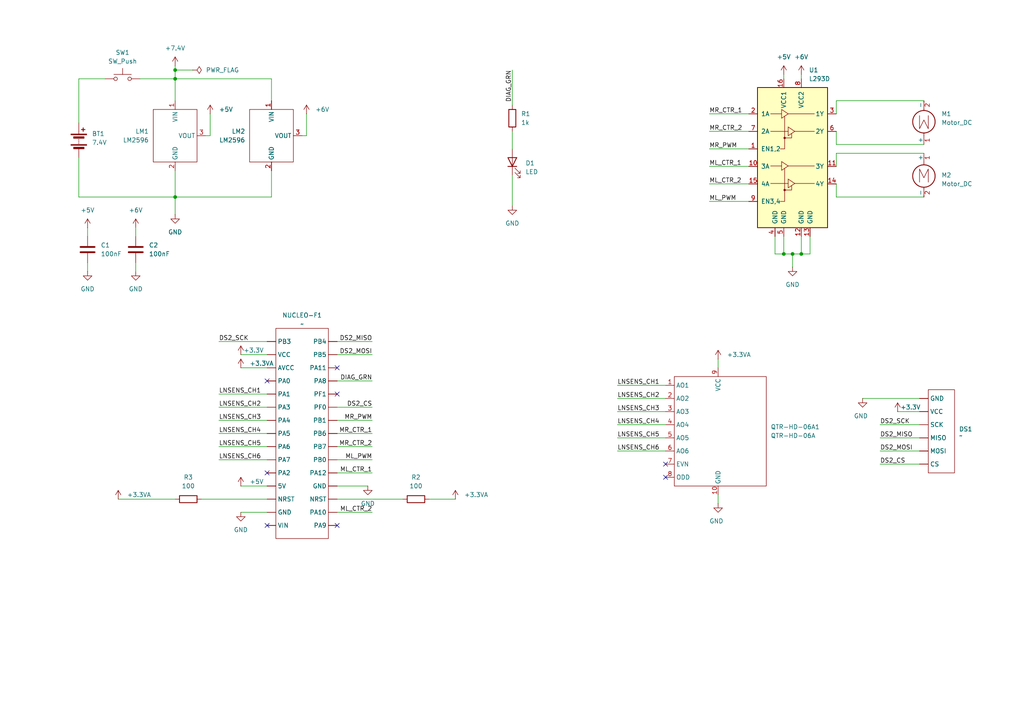
<source format=kicad_sch>
(kicad_sch (version 20231120) (generator "eeschema") (generator_version "8.0")
  (paper "A4")
  (title_block (title "Route Runner"))
  (lib_symbols
    (symbol "Device:Battery" (pin_numbers hide) (pin_names (offset 0) hide)
      (property "Reference" "BT" (at 2.54 2.54 0))
      (property "Value" "Battery" (at 2.54 0 0))
      (symbol "Battery_0_1"
        (rectangle (start -2.286 -1.27) (end 2.286 -1.524) (fill (type outline)))
        (rectangle (start -2.286 1.778) (end 2.286 1.524) (fill (type outline)))
        (rectangle (start -1.524 -2.032) (end 1.524 -2.54) (fill (type outline)))
        (rectangle (start -1.524 1.016) (end 1.524 0.508) (fill (type outline)))
        (polyline (pts (xy 0 -1.016) (xy 0 -0.762)))
        (polyline (pts (xy 0 -0.508) (xy 0 -0.254)))
        (polyline (pts (xy 0 0) (xy 0 0.254)))
        (polyline (pts (xy 0 1.778) (xy 0 2.54)))
        (polyline (pts (xy 0.762 3.048) (xy 1.778 3.048)) (stroke (width 0.254)))
        (polyline (pts (xy 1.27 3.556) (xy 1.27 2.54)) (stroke (width 0.254)))
      )
      (symbol "Battery_1_1"
        (pin passive line (at 0 5.08 270) (length 2.54) (name "+") (number "1"))
        (pin passive line (at 0 -5.08 90) (length 2.54) (name "-") (number "2"))
      )
    )
    (symbol "Device:C" (pin_numbers hide) (pin_names (offset 0.254))
      (property "Reference" "C" (at 0.635 2.54 0))
      (property "Value" "C" (at 0.635 -2.54 0))
      (symbol "C_0_1"
        (polyline (pts (xy -2.032 -0.762) (xy 2.032 -0.762)) (stroke (width 0.508)))
        (polyline (pts (xy -2.032 0.762) (xy 2.032 0.762)) (stroke (width 0.508)))
      )
      (symbol "C_1_1"
        (pin passive line (at 0 3.81 270) (length 2.794) (name "~") (number "1"))
        (pin passive line (at 0 -3.81 90) (length 2.794) (name "~") (number "2"))
      )
    )
    (symbol "Device:LED" (pin_numbers hide) (pin_names (offset 1.016) hide)
      (property "Reference" "D" (at 0 2.54 0))
      (property "Value" "LED" (at 0 -2.54 0))
      (symbol "LED_0_1"
        (polyline (pts (xy -1.27 -1.27) (xy -1.27 1.27)) (stroke (width 0.254)))
        (polyline (pts (xy -1.27 0) (xy 1.27 0)))
        (polyline (pts (xy 1.27 -1.27) (xy 1.27 1.27) (xy -1.27 0) (xy 1.27 -1.27)) (stroke (width 0.254)))
        (polyline (pts (xy -3.048 -0.762) (xy -4.572 -2.286) (xy -3.81 -2.286) (xy -4.572 -2.286) (xy -4.572 -1.524)))
        (polyline (pts (xy -1.778 -0.762) (xy -3.302 -2.286) (xy -2.54 -2.286) (xy -3.302 -2.286) (xy -3.302 -1.524)))
      )
      (symbol "LED_1_1"
        (pin passive line (at -3.81 0 0) (length 2.54) (name "K") (number "1"))
        (pin passive line (at 3.81 0 180) (length 2.54) (name "A") (number "2"))
      )
    )
    (symbol "Device:R" (pin_numbers hide) (pin_names (offset 0))
      (property "Reference" "R" (at 2.032 0 90))
      (property "Value" "R" (at 0 0 90))
      (symbol "R_0_1"
        (rectangle (start -1.016 -2.54) (end 1.016 2.54) (stroke (width 0.254)))
      )
      (symbol "R_1_1"
        (pin passive line (at 0 3.81 270) (length 1.27) (name "~") (number "1"))
        (pin passive line (at 0 -3.81 90) (length 1.27) (name "~") (number "2"))
      )
    )
    (symbol "Driver_Motor:L293D" (pin_names (offset 1.016))
      (property "Reference" "U" (at -5.08 26.035 0))
      (property "Value" "L293D" (at -5.08 24.13 0))
      (symbol "L293D_0_1"
        (rectangle (start -10.16 22.86) (end 10.16 -17.78) (stroke (width 0.254)) (fill (type background)))
        (circle (center -2.286 -6.858) (radius 0.254) (fill (type outline)))
        (circle (center -2.286 8.255) (radius 0.254) (fill (type outline)))
        (polyline (pts (xy -6.35 -4.953) (xy -1.27 -4.953)))
        (polyline (pts (xy -6.35 0.127) (xy -3.175 0.127)))
        (polyline (pts (xy -6.35 10.16) (xy -1.27 10.16)))
        (polyline (pts (xy -6.35 15.24) (xy -3.175 15.24)))
        (polyline (pts (xy -1.27 0.127) (xy 6.35 0.127)))
        (polyline (pts (xy -1.27 15.24) (xy 6.35 15.24)))
        (polyline (pts (xy 0.635 -4.953) (xy 6.35 -4.953)))
        (polyline (pts (xy 0.635 10.16) (xy 6.35 10.16)))
        (polyline (pts (xy -2.286 -6.858) (xy -0.254 -6.858) (xy -0.254 -5.588)))
        (polyline (pts (xy -2.286 -0.635) (xy -2.286 -10.16) (xy -3.556 -10.16)))
        (polyline (pts (xy -2.286 8.255) (xy -0.254 8.255) (xy -0.254 9.525)))
        (polyline (pts (xy -2.286 14.478) (xy -2.286 5.08) (xy -3.556 5.08)))
        (polyline (pts (xy -3.175 1.397) (xy -3.175 -1.143) (xy -1.27 0.127) (xy -3.175 1.397)))
        (polyline (pts (xy -3.175 16.51) (xy -3.175 13.97) (xy -1.27 15.24) (xy -3.175 16.51)))
        (polyline (pts (xy -1.27 -3.683) (xy -1.27 -6.223) (xy 0.635 -4.953) (xy -1.27 -3.683)))
        (polyline (pts (xy -1.27 11.43) (xy -1.27 8.89) (xy 0.635 10.16) (xy -1.27 11.43)))
      )
      (symbol "L293D_1_1"
        (pin input line (at -12.7 5.08 0) (length 2.54) (name "EN1,2") (number "1"))
        (pin input line (at -12.7 0 0) (length 2.54) (name "3A") (number "10"))
        (pin output line (at 12.7 0 180) (length 2.54) (name "3Y") (number "11"))
        (pin power_in line (at 2.54 -20.32 90) (length 2.54) (name "GND") (number "12"))
        (pin power_in line (at 5.08 -20.32 90) (length 2.54) (name "GND") (number "13"))
        (pin output line (at 12.7 -5.08 180) (length 2.54) (name "4Y") (number "14"))
        (pin input line (at -12.7 -5.08 0) (length 2.54) (name "4A") (number "15"))
        (pin power_in line (at -2.54 25.4 270) (length 2.54) (name "VCC1") (number "16"))
        (pin input line (at -12.7 15.24 0) (length 2.54) (name "1A") (number "2"))
        (pin output line (at 12.7 15.24 180) (length 2.54) (name "1Y") (number "3"))
        (pin power_in line (at -5.08 -20.32 90) (length 2.54) (name "GND") (number "4"))
        (pin power_in line (at -2.54 -20.32 90) (length 2.54) (name "GND") (number "5"))
        (pin output line (at 12.7 10.16 180) (length 2.54) (name "2Y") (number "6"))
        (pin input line (at -12.7 10.16 0) (length 2.54) (name "2A") (number "7"))
        (pin power_in line (at 2.54 25.4 270) (length 2.54) (name "VCC2") (number "8"))
        (pin input line (at -12.7 -10.16 0) (length 2.54) (name "EN3,4") (number "9"))
      )
    )
    (symbol "Motor:Motor_DC" (pin_names (offset 0))
      (property "Reference" "M" (at 2.54 2.54 0))
      (property "Value" "Motor_DC" (at 2.54 -5.08 0))
      (symbol "Motor_DC_0_0"
        (polyline (pts (xy -1.27 -3.302) (xy -1.27 0.508) (xy 0 -2.032) (xy 1.27 0.508) (xy 1.27 -3.302)))
      )
      (symbol "Motor_DC_0_1"
        (circle (center 0 -1.524) (radius 3.2512) (stroke (width 0.254)))
        (polyline (pts (xy 0 -7.62) (xy 0 -7.112)))
        (polyline (pts (xy 0 -4.7752) (xy 0 -5.1816)))
        (polyline (pts (xy 0 1.7272) (xy 0 2.0828)))
        (polyline (pts (xy 0 2.032) (xy 0 2.54)))
      )
      (symbol "Motor_DC_1_1"
        (pin passive line (at 0 5.08 270) (length 2.54) (name "+") (number "1"))
        (pin passive line (at 0 -7.62 90) (length 2.54) (name "-") (number "2"))
      )
    )
    (symbol "Switch:SW_Push" (pin_numbers hide) (pin_names (offset 1.016) hide)
      (property "Reference" "SW" (at 1.27 2.54 0))
      (property "Value" "SW_Push" (at 0 -1.524 0))
      (symbol "SW_Push_0_1"
        (circle (center -2.032 0) (radius 0.508))
        (polyline (pts (xy 0 1.27) (xy 0 3.048)))
        (polyline (pts (xy 2.54 1.27) (xy -2.54 1.27)))
        (circle (center 2.032 0) (radius 0.508))
        (pin passive line (at -5.08 0 0) (length 2.54) (name "1") (number "1"))
        (pin passive line (at 5.08 0 180) (length 2.54) (name "2") (number "2"))
      )
    )
    (symbol "power:+3.3V" (power) (pin_numbers hide) (pin_names (offset 0) hide)
      (property "Value" "+3.3V" (at 0 3.556 0))
      (symbol "+3.3V_0_1"
        (polyline (pts (xy -0.762 1.27) (xy 0 2.54)))
        (polyline (pts (xy 0 0) (xy 0 2.54)))
        (polyline (pts (xy 0 2.54) (xy 0.762 1.27)))
      )
      (symbol "+3.3V_1_1"
        (pin power_in line (at 0 0 90) (length 0) (name "~") (number "1"))
      )
    )
    (symbol "power:+5V" (power) (pin_numbers hide) (pin_names (offset 0) hide)
      (property "Value" "+5V" (at 0 3.556 0))
      (symbol "+5V_0_1"
        (polyline (pts (xy -0.762 1.27) (xy 0 2.54)))
        (polyline (pts (xy 0 0) (xy 0 2.54)))
        (polyline (pts (xy 0 2.54) (xy 0.762 1.27)))
      )
      (symbol "+5V_1_1"
        (pin power_in line (at 0 0 90) (length 0) (name "~") (number "1"))
      )
    )
    (symbol "power:+6V" (power) (pin_numbers hide) (pin_names (offset 0) hide)
      (property "Value" "+6V" (at 0 3.556 0))
      (symbol "+6V_0_1"
        (polyline (pts (xy -0.762 1.27) (xy 0 2.54)))
        (polyline (pts (xy 0 0) (xy 0 2.54)))
        (polyline (pts (xy 0 2.54) (xy 0.762 1.27)))
      )
      (symbol "+6V_1_1"
        (pin power_in line (at 0 0 90) (length 0) (name "~") (number "1"))
      )
    )
    (symbol "power:GND" (power) (pin_numbers hide) (pin_names (offset 0) hide)
      (property "Value" "GND" (at 0 -3.81 0))
      (symbol "GND_0_1"
        (polyline (pts (xy 0 0) (xy 0 -1.27) (xy 1.27 -1.27) (xy 0 -2.54) (xy -1.27 -1.27) (xy 0 -1.27)))
      )
      (symbol "GND_1_1"
        (pin power_in line (at 0 0 270) (length 0) (name "~") (number "1"))
      )
    )
    (symbol "power:PWR_FLAG" (power) (pin_numbers hide) (pin_names (offset 0) hide)
      (property "Value" "PWR_FLAG" (at 0 3.81 0))
      (symbol "PWR_FLAG_0_0"
        (pin power_out line (at 0 0 90) (length 0) (name "~") (number "1"))
      )
      (symbol "PWR_FLAG_0_1"
        (polyline (pts (xy 0 0) (xy 0 1.27) (xy -1.016 1.905) (xy 0 2.54) (xy 1.016 1.905) (xy 0 1.27)))
      )
    )
    (symbol "route-runner:LM2596"
      (property "Reference" "LM2596" (at 0 0 0))
      (property "Value" "LM2596" (at 0 0 0))
      (symbol "LM2596_0_1"
        (rectangle (start -6.35 7.62) (end 6.35 -7.62))
      )
      (symbol "LM2596_1_1"
        (pin power_in line (at 0 10.16 270) (length 2.54) (name "VIN") (number "1"))
        (pin power_in line (at 0 -10.16 90) (length 2.54) (name "GND") (number "2"))
        (pin power_out line (at 8.89 0 180) (length 2.54) (name "VOUT") (number "3"))
      )
    )
    (symbol "route-runner:QTR-HD-06A"
      (property "Reference" "QTR-HD-06A" (at 0 -0.254 0))
      (property "Value" "QTR-HD-06A" (at 0 -0.254 0))
      (symbol "QTR-HD-06A_0_1"
        (rectangle (start -12.7 16.51) (end 13.97 -15.24))
      )
      (symbol "QTR-HD-06A_1_1"
        (pin output line (at -15.24 13.97 0) (length 2.54) (name "AO1") (number "1"))
        (pin power_in line (at 0 -17.78 90) (length 2.54) (name "GND") (number "10"))
        (pin output line (at -15.24 10.16 0) (length 2.54) (name "AO2") (number "2"))
        (pin output line (at -15.24 6.35 0) (length 2.54) (name "AO3") (number "3"))
        (pin output line (at -15.24 2.54 0) (length 2.54) (name "AO4") (number "4"))
        (pin output line (at -15.24 -1.27 0) (length 2.54) (name "AO5") (number "5"))
        (pin output line (at -15.24 -5.08 0) (length 2.54) (name "AO6") (number "6"))
        (pin output line (at -15.24 -8.89 0) (length 2.54) (name "EVN") (number "7"))
        (pin output line (at -15.24 -12.7 0) (length 2.54) (name "ODD") (number "8"))
        (pin power_in line (at 0 19.05 270) (length 2.54) (name "VCC") (number "9"))
      )
    )
    (symbol "route-runner:ds2-socket"
      (property "Reference" "DS2" (at 0 -13.208 0))
      (symbol "ds2-socket_0_1"
        (rectangle (start -3.81 12.7) (end 3.81 -11.43))
      )
      (symbol "ds2-socket_1_1"
        (pin input line (at -6.35 -8.89 0) (length 2.54) (name "CS") (number ""))
        (pin power_in line (at -6.35 10.16 0) (length 2.54) (name "GND") (number ""))
        (pin output line (at -6.35 -1.27 0) (length 2.54) (name "MISO") (number ""))
        (pin input line (at -6.35 -5.08 0) (length 2.54) (name "MOSI") (number ""))
        (pin input line (at -6.35 2.54 0) (length 2.54) (name "SCK") (number ""))
        (pin power_in line (at -6.35 6.35 0) (length 2.54) (name "VCC") (number ""))
      )
    )
    (symbol "route-runner:nucleo-f303"
      (property "Reference" "NUCLEO-F303" (at 0.254 -32.258 0))
      (symbol "nucleo-f303_0_1"
        (rectangle (start -7.62 30.48) (end 7.62 -30.48))
      )
      (symbol "nucleo-f303_1_1"
        (pin power_in line (at -10.16 -15.24 0) (length 2.54) (name "5V") (number ""))
        (pin power_out line (at -10.16 19.05 0) (length 2.54) (name "AVCC") (number ""))
        (pin power_in line (at -10.16 -22.86 0) (length 2.54) (name "GND") (number ""))
        (pin power_in line (at 10.16 -15.24 180) (length 2.54) (name "GND") (number ""))
        (pin input line (at -10.16 -19.05 0) (length 2.54) (name "NRST") (number ""))
        (pin input line (at 10.16 -19.05 180) (length 2.54) (name "NRST") (number ""))
        (pin bidirectional line (at -10.16 15.24 0) (length 2.54) (name "PA0") (number ""))
        (pin bidirectional line (at -10.16 11.43 0) (length 2.54) (name "PA1") (number ""))
        (pin bidirectional line (at 10.16 -22.86 180) (length 2.54) (name "PA10") (number ""))
        (pin bidirectional line (at 10.16 19.05 180) (length 2.54) (name "PA11") (number ""))
        (pin bidirectional line (at 10.16 -11.43 180) (length 2.54) (name "PA12") (number ""))
        (pin bidirectional line (at -10.16 -11.43 0) (length 2.54) (name "PA2") (number ""))
        (pin bidirectional line (at -10.16 7.62 0) (length 2.54) (name "PA3") (number ""))
        (pin bidirectional line (at -10.16 3.81 0) (length 2.54) (name "PA4") (number ""))
        (pin bidirectional line (at -10.16 0 0) (length 2.54) (name "PA5") (number ""))
        (pin bidirectional line (at -10.16 -3.81 0) (length 2.54) (name "PA6") (number ""))
        (pin bidirectional line (at -10.16 -7.62 0) (length 2.54) (name "PA7") (number ""))
        (pin bidirectional line (at 10.16 15.24 180) (length 2.54) (name "PA8") (number ""))
        (pin bidirectional line (at 10.16 -26.67 180) (length 2.54) (name "PA9") (number ""))
        (pin bidirectional line (at 10.16 -7.62 180) (length 2.54) (name "PB0") (number ""))
        (pin bidirectional line (at 10.16 3.81 180) (length 2.54) (name "PB1") (number ""))
        (pin bidirectional line (at -10.16 26.67 0) (length 2.54) (name "PB3") (number ""))
        (pin bidirectional line (at 10.16 26.67 180) (length 2.54) (name "PB4") (number ""))
        (pin bidirectional line (at 10.16 22.86 180) (length 2.54) (name "PB5") (number ""))
        (pin bidirectional line (at 10.16 0 180) (length 2.54) (name "PB6") (number ""))
        (pin bidirectional line (at 10.16 -3.81 180) (length 2.54) (name "PB7") (number ""))
        (pin bidirectional line (at 10.16 7.62 180) (length 2.54) (name "PF0") (number ""))
        (pin bidirectional line (at 10.16 11.43 180) (length 2.54) (name "PF1") (number ""))
        (pin power_out line (at -10.16 22.86 0) (length 2.54) (name "VCC") (number ""))
        (pin power_in line (at -10.16 -26.67 0) (length 2.54) (name "VIN") (number ""))
      )
    )
  )
  (junction (at 50.8 22.86))
  (junction (at 227.33 73.66))
  (junction (at 50.8 57.15))
  (junction (at 232.41 73.66))
  (junction (at 229.87 73.66))
  (junction (at 50.8 20.32))
  (no_connect (at 77.47 152.4))
  (no_connect (at 97.79 152.4))
  (no_connect (at 193.04 134.62))
  (no_connect (at 97.79 114.3))
  (no_connect (at 193.04 138.43))
  (no_connect (at 77.47 110.49))
  (no_connect (at 97.79 106.68))
  (no_connect (at 77.47 137.16))
  (wire (pts (xy 88.9 39.37) (xy 87.63 39.37)))
  (wire (pts (xy 232.41 68.58) (xy 232.41 73.66)))
  (wire (pts (xy 250.19 115.57) (xy 266.7 115.57)))
  (wire (pts (xy 227.33 68.58) (xy 227.33 73.66)))
  (wire (pts (xy 50.8 22.86) (xy 78.74 22.86)))
  (wire (pts (xy 232.41 73.66) (xy 229.87 73.66)))
  (wire (pts (xy 255.27 123.19) (xy 266.7 123.19)))
  (wire (pts (xy 208.28 143.51) (xy 208.28 146.05)))
  (wire (pts (xy 97.79 144.78) (xy 116.84 144.78)))
  (wire (pts (xy 63.5 114.3) (xy 77.47 114.3)))
  (wire (pts (xy 88.9 33.02) (xy 88.9 39.37)))
  (wire (pts (xy 205.74 58.42) (xy 217.17 58.42)))
  (wire (pts (xy 205.74 48.26) (xy 217.17 48.26)))
  (wire (pts (xy 97.79 102.87) (xy 107.95 102.87)))
  (wire (pts (xy 50.8 57.15) (xy 50.8 62.23)))
  (wire (pts (xy 255.27 134.62) (xy 266.7 134.62)))
  (wire (pts (xy 229.87 77.47) (xy 229.87 73.66)))
  (wire (pts (xy 255.27 130.81) (xy 266.7 130.81)))
  (wire (pts (xy 205.74 43.18) (xy 217.17 43.18)))
  (wire (pts (xy 242.57 57.15) (xy 267.97 57.15)))
  (wire (pts (xy 97.79 110.49) (xy 107.95 110.49)))
  (wire (pts (xy 234.95 68.58) (xy 234.95 73.66)))
  (wire (pts (xy 69.85 148.59) (xy 77.47 148.59)))
  (wire (pts (xy 124.46 144.78) (xy 132.08 144.78)))
  (wire (pts (xy 205.74 33.02) (xy 217.17 33.02)))
  (wire (pts (xy 97.79 137.16) (xy 107.95 137.16)))
  (wire (pts (xy 69.85 102.87) (xy 77.47 102.87)))
  (wire (pts (xy 22.86 45.72) (xy 22.86 57.15)))
  (wire (pts (xy 22.86 35.56) (xy 22.86 22.86)))
  (wire (pts (xy 63.5 129.54) (xy 77.47 129.54)))
  (wire (pts (xy 242.57 44.45) (xy 267.97 44.45)))
  (wire (pts (xy 208.28 104.14) (xy 208.28 106.68)))
  (wire (pts (xy 22.86 57.15) (xy 50.8 57.15)))
  (wire (pts (xy 242.57 29.21) (xy 242.57 33.02)))
  (wire (pts (xy 78.74 49.53) (xy 78.74 57.15)))
  (wire (pts (xy 179.07 123.19) (xy 193.04 123.19)))
  (wire (pts (xy 179.07 127) (xy 193.04 127)))
  (wire (pts (xy 50.8 22.86) (xy 50.8 29.21)))
  (wire (pts (xy 63.5 99.06) (xy 77.47 99.06)))
  (wire (pts (xy 224.79 68.58) (xy 224.79 73.66)))
  (wire (pts (xy 60.96 39.37) (xy 59.69 39.37)))
  (wire (pts (xy 255.27 127) (xy 266.7 127)))
  (wire (pts (xy 179.07 130.81) (xy 193.04 130.81)))
  (wire (pts (xy 63.5 118.11) (xy 77.47 118.11)))
  (wire (pts (xy 234.95 73.66) (xy 232.41 73.66)))
  (wire (pts (xy 227.33 21.59) (xy 227.33 22.86)))
  (wire (pts (xy 50.8 57.15) (xy 78.74 57.15)))
  (wire (pts (xy 63.5 133.35) (xy 77.47 133.35)))
  (wire (pts (xy 69.85 140.97) (xy 77.47 140.97)))
  (wire (pts (xy 25.4 66.04) (xy 25.4 68.58)))
  (wire (pts (xy 267.97 29.21) (xy 242.57 29.21)))
  (wire (pts (xy 227.33 73.66) (xy 224.79 73.66)))
  (wire (pts (xy 97.79 121.92) (xy 107.95 121.92)))
  (wire (pts (xy 242.57 57.15) (xy 242.57 53.34)))
  (wire (pts (xy 179.07 119.38) (xy 193.04 119.38)))
  (wire (pts (xy 22.86 22.86) (xy 30.48 22.86)))
  (wire (pts (xy 58.42 144.78) (xy 77.47 144.78)))
  (wire (pts (xy 69.85 106.68) (xy 77.47 106.68)))
  (wire (pts (xy 50.8 20.32) (xy 50.8 22.86)))
  (wire (pts (xy 148.59 50.8) (xy 148.59 59.69)))
  (wire (pts (xy 205.74 53.34) (xy 217.17 53.34)))
  (wire (pts (xy 148.59 20.32) (xy 148.59 30.48)))
  (wire (pts (xy 97.79 118.11) (xy 107.95 118.11)))
  (wire (pts (xy 40.64 22.86) (xy 50.8 22.86)))
  (wire (pts (xy 39.37 76.2) (xy 39.37 78.74)))
  (wire (pts (xy 34.29 144.78) (xy 50.8 144.78)))
  (wire (pts (xy 63.5 121.92) (xy 77.47 121.92)))
  (wire (pts (xy 148.59 38.1) (xy 148.59 43.18)))
  (wire (pts (xy 60.96 33.02) (xy 60.96 39.37)))
  (wire (pts (xy 229.87 73.66) (xy 227.33 73.66)))
  (wire (pts (xy 107.95 99.06) (xy 97.79 99.06)))
  (wire (pts (xy 50.8 49.53) (xy 50.8 57.15)))
  (wire (pts (xy 25.4 76.2) (xy 25.4 78.74)))
  (wire (pts (xy 232.41 21.59) (xy 232.41 22.86)))
  (wire (pts (xy 242.57 44.45) (xy 242.57 48.26)))
  (wire (pts (xy 97.79 148.59) (xy 107.95 148.59)))
  (wire (pts (xy 179.07 111.76) (xy 193.04 111.76)))
  (wire (pts (xy 78.74 22.86) (xy 78.74 29.21)))
  (wire (pts (xy 97.79 129.54) (xy 107.95 129.54)))
  (wire (pts (xy 97.79 133.35) (xy 107.95 133.35)))
  (wire (pts (xy 97.79 140.97) (xy 106.68 140.97)))
  (wire (pts (xy 260.35 119.38) (xy 266.7 119.38)))
  (wire (pts (xy 179.07 115.57) (xy 193.04 115.57)))
  (wire (pts (xy 267.97 41.91) (xy 242.57 41.91)))
  (wire (pts (xy 97.79 125.73) (xy 107.95 125.73)))
  (wire (pts (xy 50.8 19.05) (xy 50.8 20.32)))
  (wire (pts (xy 205.74 38.1) (xy 217.17 38.1)))
  (wire (pts (xy 242.57 38.1) (xy 242.57 41.91)))
  (wire (pts (xy 55.88 20.32) (xy 50.8 20.32)))
  (wire (pts (xy 63.5 125.73) (xy 77.47 125.73)))
  (wire (pts (xy 39.37 66.04) (xy 39.37 68.58)))
  (label "LNSENS_CH5" (at 63.5 129.54 0))
  (label "ML_CTR_2" (at 205.74 53.34 0))
  (label "ML_PWM" (at 107.95 133.35 180))
  (label "LNSENS_CH1" (at 63.5 114.3 0))
  (label "LNSENS_CH2" (at 179.07 115.57 0))
  (label "DS2_MOSI" (at 255.27 130.81 0))
  (label "LNSENS_CH6" (at 63.5 133.35 0))
  (label "DS2_CS" (at 107.95 118.11 180))
  (label "DS2_MISO" (at 255.27 127 0))
  (label "MR_CTR_1" (at 107.95 125.73 180))
  (label "DIAG_GRN" (at 107.95 110.49 180))
  (label "DS2_CS" (at 255.27 134.62 0))
  (label "DS2_SCK" (at 63.5 99.06 0))
  (label "LNSENS_CH3" (at 63.5 121.92 0))
  (label "DIAG_GRN" (at 148.59 20.32 270))
  (label "MR_CTR_2" (at 107.95 129.54 180))
  (label "LNSENS_CH4" (at 63.5 125.73 0))
  (label "ML_CTR_1" (at 205.74 48.26 0))
  (label "ML_CTR_2" (at 107.95 148.59 180))
  (label "LNSENS_CH4" (at 179.07 123.19 0))
  (label "DS2_MOSI" (at 107.95 102.87 180))
  (label "DS2_MISO" (at 107.95 99.06 180))
  (label "ML_PWM" (at 205.74 58.42 0))
  (label "LNSENS_CH2" (at 63.5 118.11 0))
  (label "LNSENS_CH1" (at 179.07 111.76 0))
  (label "LNSENS_CH6" (at 179.07 130.81 0))
  (label "LNSENS_CH3" (at 179.07 119.38 0))
  (label "ML_CTR_1" (at 107.95 137.16 180))
  (label "LNSENS_CH5" (at 179.07 127 0))
  (label "MR_CTR_2" (at 205.74 38.1 0))
  (label "MR_PWM" (at 205.74 43.18 0))
  (label "MR_CTR_1" (at 205.74 33.02 0))
  (label "DS2_SCK" (at 255.27 123.19 0))
  (label "MR_PWM" (at 107.95 121.92 180))
  (symbol (lib_id "power:GND") (at 106.68 140.97 0) (unit 1)
    (property "Reference" "#PWR017" (effects (hide yes)))
    (property "Value" "GND" (at 106.68 146.05 0))
    (property "Description" "Power symbol creates a global label with name \"GND\" , ground" (effects (hide yes)))
  )
  (symbol (lib_id "power:+6V") (at 232.41 21.59 0) (unit 1)
    (property "Reference" "#PWR01" (effects (hide yes)))
    (property "Value" "+6V" (at 232.41 16.51 0))
    (property "Description" "Power symbol creates a global label with name \"+6V\"" (effects (hide yes)))
  )
  (symbol (lib_id "Device:C") (at 39.37 72.39 0) (unit 1)
    (property "Reference" "C2" (at 43.18 71.1199 0) (effects (justify left)))
    (property "Value" "100nF" (at 43.18 73.6599 0) (effects (justify left)))
    (property "Description" "Unpolarized capacitor" (effects (hide yes)))
  )
  (symbol (lib_id "power:+3.3V") (at 260.35 119.38 0) (unit 1)
    (property "Reference" "#PWR08" (effects (hide yes)))
    (property "Value" "+3.3V" (at 261.112 118.11 0) (effects (justify left)))
    (property "Description" "Power symbol creates a global label with name \"+3.3V\"" (effects (hide yes)))
  )
  (symbol (lib_id "power:+5V") (at 60.96 33.02 0) (unit 1)
    (property "Reference" "#PWR013" (effects (hide yes)))
    (property "Value" "+5V" (at 63.5 31.7499 0) (effects (justify left)))
    (property "Description" "Power symbol creates a global label with name \"+5V\"" (effects (hide yes)))
  )
  (symbol (lib_id "power:+6V") (at 39.37 66.04 0) (unit 1)
    (property "Reference" "#PWR06" (effects (hide yes)))
    (property "Value" "+6V" (at 39.37 60.96 0))
    (property "Description" "Power symbol creates a global label with name \"+6V\"" (effects (hide yes)))
  )
  (symbol (lib_id "Switch:SW_Push") (at 35.56 22.86 0) (unit 1)
    (property "Reference" "SW1" (at 35.56 15.24 0))
    (property "Value" "SW_Push" (at 35.56 17.78 0))
    (property "Description" "Push button switch, generic, two pins" (effects (hide yes)))
  )
  (symbol (lib_id "power:PWR_FLAG") (at 55.88 20.32 270) (unit 1)
    (property "Reference" "#FLG01" (effects (hide yes)))
    (property "Value" "PWR_FLAG" (at 59.69 20.3199 90) (effects (justify left)))
    (property "Description" "Special symbol for telling ERC where power comes from" (effects (hide yes)))
  )
  (symbol (lib_id "route-runner:ds2-socket") (at 273.05 125.73 0) (unit 1)
    (property "Reference" "DS1" (at 278.13 124.4599 0) (effects (justify left)))
    (property "Value" "~" (at 278.13 126.365 0) (effects (justify left)))
  )
  (symbol (lib_id "Device:Battery") (at 22.86 40.64 0) (unit 1)
    (property "Reference" "BT1" (at 26.67 38.7984 0) (effects (justify left)))
    (property "Value" "7.4V" (at 26.67 41.3384 0) (effects (justify left)))
    (property "Description" "Multiple-cell battery" (effects (hide yes)))
  )
  (symbol (lib_id "power:GND") (at 208.28 146.05 0) (unit 1)
    (property "Reference" "#PWR020" (effects (hide yes)))
    (property "Value" "GND" (at 205.74 151.13 0) (effects (justify left)))
    (property "Description" "Power symbol creates a global label with name \"GND\" , ground" (effects (hide yes)))
  )
  (symbol (lib_id "Device:C") (at 25.4 72.39 0) (unit 1)
    (property "Reference" "C1" (at 29.21 71.1199 0) (effects (justify left)))
    (property "Value" "100nF" (at 29.21 73.6599 0) (effects (justify left)))
    (property "Description" "Unpolarized capacitor" (effects (hide yes)))
  )
  (symbol (lib_id "Motor:Motor_DC") (at 267.97 49.53 0) (unit 1)
    (property "Reference" "M2" (at 273.05 50.7999 0) (effects (justify left)))
    (property "Value" "Motor_DC" (at 273.05 53.3399 0) (effects (justify left)))
    (property "Description" "DC Motor" (effects (hide yes)))
  )
  (symbol (lib_id "power:+6V") (at 88.9 33.02 0) (unit 1)
    (property "Reference" "#PWR014" (effects (hide yes)))
    (property "Value" "+6V" (at 91.44 31.7499 0) (effects (justify left)))
    (property "Description" "Power symbol creates a global label with name \"+6V\"" (effects (hide yes)))
  )
  (symbol (lib_id "power:GND") (at 229.87 77.47 0) (unit 1)
    (property "Reference" "#PWR03" (effects (hide yes)))
    (property "Value" "GND" (at 229.87 82.55 0))
    (property "Description" "Power symbol creates a global label with name \"GND\" , ground" (effects (hide yes)))
  )
  (symbol (lib_id "power:+5V") (at 227.33 21.59 0) (unit 1)
    (property "Reference" "#PWR02" (effects (hide yes)))
    (property "Value" "+5V" (at 227.33 16.51 0))
    (property "Description" "Power symbol creates a global label with name \"+5V\"" (effects (hide yes)))
  )
  (symbol (lib_id "Driver_Motor:L293D") (at 229.87 48.26 0) (unit 1)
    (property "Reference" "U1" (at 234.6041 20.32 0) (effects (justify left)))
    (property "Value" "L293D" (at 234.6041 22.86 0) (effects (justify left)))
    (property "Footprint" "Package_DIP:DIP-16_W7.62mm" (effects (hide yes)))
    (property "Datasheet" "http://www.ti.com/lit/ds/symlink/l293.pdf" (effects (hide yes)))
    (property "Description" "Quadruple Half-H Drivers" (effects (hide yes)))
  )
  (symbol (lib_id "power:GND") (at 39.37 78.74 0) (unit 1)
    (property "Reference" "#PWR07" (effects (hide yes)))
    (property "Value" "GND" (at 39.37 83.82 0))
    (property "Description" "Power symbol creates a global label with name \"GND\" , ground" (effects (hide yes)))
  )
  (symbol (lib_id "power:+5V") (at 69.85 140.97 0) (unit 1)
    (property "Reference" "#PWR012" (effects (hide yes)))
    (property "Value" "+5V" (at 72.39 139.6999 0) (effects (justify left)))
    (property "Description" "Power symbol creates a global label with name \"+5V\"" (effects (hide yes)))
  )
  (symbol (lib_id "power:+5V") (at 25.4 66.04 0) (unit 1)
    (property "Reference" "#PWR04" (effects (hide yes)))
    (property "Value" "+5V" (at 25.4 60.96 0))
    (property "Description" "Power symbol creates a global label with name \"+5V\"" (effects (hide yes)))
  )
  (symbol (lib_id "route-runner:nucleo-f303") (at 87.63 125.73 0) (unit 1)
    (property "Reference" "NUCLEO-F1" (at 87.63 91.44 0))
    (property "Value" "~" (at 87.63 93.98 0))
  )
  (symbol (lib_id "power:GND") (at 25.4 78.74 0) (unit 1)
    (property "Reference" "#PWR05" (effects (hide yes)))
    (property "Value" "GND" (at 25.4 83.82 0))
    (property "Description" "Power symbol creates a global label with name \"GND\" , ground" (effects (hide yes)))
  )
  (symbol (lib_id "route-runner:LM2596") (at 50.8 39.37 0) (unit 1)
    (property "Reference" "LM1" (at 43.18 38.0999 0) (effects (justify right)))
    (property "Value" "LM2596" (at 43.18 40.6399 0) (effects (justify right)))
  )
  (symbol (lib_id "power:+3.3V") (at 208.28 104.14 0) (unit 1)
    (property "Reference" "#PWR019" (effects (hide yes)))
    (property "Value" "+3.3VA" (at 210.82 102.8699 0) (effects (justify left)))
    (property "Description" "Power symbol creates a global label with name \"+3.3V\"" (effects (hide yes)))
  )
  (symbol (lib_id "power:GND") (at 250.19 115.57 0) (unit 1)
    (property "Reference" "#PWR09" (effects (hide yes)))
    (property "Value" "GND" (at 247.65 120.65 0) (effects (justify left)))
    (property "Description" "Power symbol creates a global label with name \"GND\" , ground" (effects (hide yes)))
  )
  (symbol (lib_id "power:GND") (at 69.85 148.59 0) (unit 1)
    (property "Reference" "#PWR018" (effects (hide yes)))
    (property "Value" "GND" (at 69.85 153.67 0))
    (property "Description" "Power symbol creates a global label with name \"GND\" , ground" (effects (hide yes)))
  )
  (symbol (lib_id "power:+3.3V") (at 69.85 106.68 0) (unit 1)
    (property "Reference" "#PWR022" (effects (hide yes)))
    (property "Value" "+3.3VA" (at 72.39 105.4099 0) (effects (justify left)))
    (property "Description" "Power symbol creates a global label with name \"+3.3V\"" (effects (hide yes)))
  )
  (symbol (lib_id "power:GND") (at 148.59 59.69 0) (unit 1)
    (property "Reference" "#PWR021" (effects (hide yes)))
    (property "Value" "GND" (at 148.59 64.77 0))
    (property "Description" "Power symbol creates a global label with name \"GND\" , ground" (effects (hide yes)))
  )
  (symbol (lib_id "Motor:Motor_DC") (at 267.97 36.83 180) (unit 1)
    (property "Reference" "M1" (at 273.05 33.0199 0) (effects (justify right)))
    (property "Value" "Motor_DC" (at 273.05 35.5599 0) (effects (justify right)))
    (property "Description" "DC Motor" (effects (hide yes)))
  )
  (symbol (lib_id "route-runner:LM2596") (at 78.74 39.37 0) (unit 1)
    (property "Reference" "LM2" (at 71.12 38.0999 0) (effects (justify right)))
    (property "Value" "LM2596" (at 71.12 40.6399 0) (effects (justify right)))
  )
  (symbol (lib_id "Device:R") (at 54.61 144.78 90) (unit 1)
    (property "Reference" "R3" (at 54.61 138.43 90))
    (property "Value" "100" (at 54.61 140.97 90))
    (property "Description" "Resistor" (effects (hide yes)))
  )
  (symbol (lib_id "power:+3.3V") (at 132.08 144.78 0) (unit 1)
    (property "Reference" "#PWR010" (effects (hide yes)))
    (property "Value" "+3.3VA" (at 134.62 143.5099 0) (effects (justify left)))
    (property "Description" "Power symbol creates a global label with name \"+3.3V\"" (effects (hide yes)))
  )
  (symbol (lib_id "Device:R") (at 120.65 144.78 90) (unit 1)
    (property "Reference" "R2" (at 120.65 138.43 90))
    (property "Value" "100" (at 120.65 140.97 90))
    (property "Description" "Resistor" (effects (hide yes)))
  )
  (symbol (lib_id "route-runner:QTR-HD-06A") (at 208.28 125.73 0) (unit 1)
    (property "Reference" "QTR-HD-06A1" (at 223.52 123.8249 0) (effects (justify left)))
    (property "Value" "QTR-HD-06A" (at 223.52 126.3649 0) (effects (justify left)))
  )
  (symbol (lib_id "power:GND") (at 50.8 62.23 0) (unit 1)
    (property "Reference" "#PWR015" (effects (hide yes)))
    (property "Value" "GND" (at 50.8 67.31 0))
    (property "Description" "Power symbol creates a global label with name \"GND\" , ground" (effects (hide yes)))
  )
  (symbol (lib_id "power:+5V") (at 50.8 19.05 0) (unit 1)
    (property "Reference" "#PWR016" (effects (hide yes)))
    (property "Value" "+7.4V" (at 50.8 13.97 0))
    (property "Description" "Power symbol creates a global label with name \"+5V\"" (effects (hide yes)))
  )
  (symbol (lib_id "Device:LED") (at 148.59 46.99 90) (unit 1)
    (property "Reference" "D1" (at 152.4 47.3074 90) (effects (justify right)))
    (property "Value" "LED" (at 152.4 49.8474 90) (effects (justify right)))
    (property "Description" "Light emitting diode" (effects (hide yes)))
  )
  (symbol (lib_id "Device:R") (at 148.59 34.29 0) (unit 1)
    (property "Reference" "R1" (at 151.13 33.0199 0) (effects (justify left)))
    (property "Value" "1k" (at 151.13 35.5599 0) (effects (justify left)))
    (property "Description" "Resistor" (effects (hide yes)))
  )
  (symbol (lib_id "power:+3.3V") (at 69.85 102.87 0) (unit 1)
    (property "Reference" "#PWR023" (effects (hide yes)))
    (property "Value" "+3.3V" (at 70.612 101.6 0) (effects (justify left)))
    (property "Description" "Power symbol creates a global label with name \"+3.3V\"" (effects (hide yes)))
  )
  (symbol (lib_id "power:+3.3V") (at 34.29 144.78 0) (unit 1)
    (property "Reference" "#PWR011" (effects (hide yes)))
    (property "Value" "+3.3VA" (at 36.83 143.5099 0) (effects (justify left)))
    (property "Description" "Power symbol creates a global label with name \"+3.3V\"" (effects (hide yes)))
  )
)
</source>
